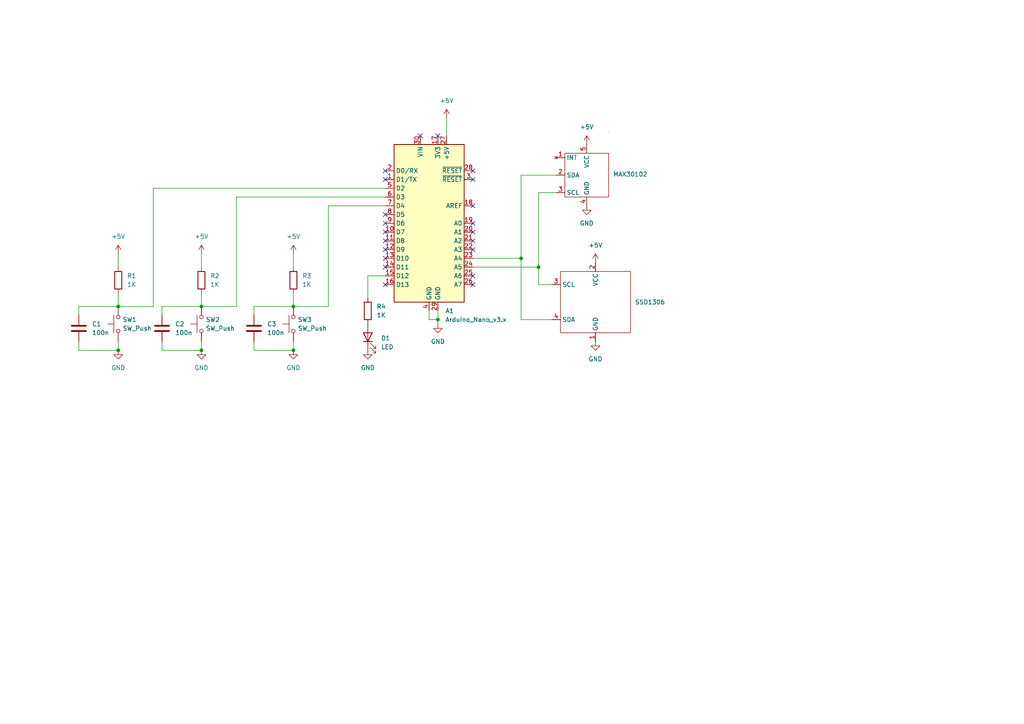
<source format=kicad_sch>
(kicad_sch (version 20250114) (generator "eeschema") (generator_version "9.0")
  (paper "A4")
  (lib_symbols
    (symbol "Device:C" (pin_numbers (hide yes)) (pin_names (offset 0.254))
      (property "Reference" "C" (at 0.635 2.54 0))
      (property "Value" "C" (at 0.635 -2.54 0))
      (symbol "C_0_1"
        (polyline (pts (xy -2.032 0.762) (xy 2.032 0.762)) (stroke (width 0.508)))
        (polyline (pts (xy -2.032 -0.762) (xy 2.032 -0.762)) (stroke (width 0.508)))
      )
      (symbol "C_1_1"
        (pin passive line (at 0 3.81 270) (length 2.794) (name "~") (number "1"))
        (pin passive line (at 0 -3.81 90) (length 2.794) (name "~") (number "2"))
      )
    )
    (symbol "Device:LED" (pin_numbers (hide yes)) (pin_names (offset 1.016) (hide yes))
      (property "Reference" "D" (at 0 2.54 0))
      (property "Value" "LED" (at 0 -2.54 0))
      (symbol "LED_0_1"
        (polyline (pts (xy -3.048 -0.762) (xy -4.572 -2.286) (xy -3.81 -2.286) (xy -4.572 -2.286) (xy -4.572 -1.524)))
        (polyline (pts (xy -1.778 -0.762) (xy -3.302 -2.286) (xy -2.54 -2.286) (xy -3.302 -2.286) (xy -3.302 -1.524)))
        (polyline (pts (xy -1.27 0) (xy 1.27 0)))
        (polyline (pts (xy -1.27 -1.27) (xy -1.27 1.27)) (stroke (width 0.254)))
        (polyline (pts (xy 1.27 -1.27) (xy 1.27 1.27) (xy -1.27 0) (xy 1.27 -1.27)) (stroke (width 0.254)))
      )
      (symbol "LED_1_1"
        (pin passive line (at -3.81 0 0) (length 2.54) (name "K") (number "1"))
        (pin passive line (at 3.81 0 180) (length 2.54) (name "A") (number "2"))
      )
    )
    (symbol "Device:R" (pin_numbers (hide yes)) (pin_names (offset 0))
      (property "Reference" "R" (at 2.032 0 90))
      (property "Value" "R" (at 0 0 90))
      (symbol "R_0_1"
        (rectangle (start -1.016 -2.54) (end 1.016 2.54) (stroke (width 0.254)))
      )
      (symbol "R_1_1"
        (pin passive line (at 0 3.81 270) (length 1.27) (name "~") (number "1"))
        (pin passive line (at 0 -3.81 90) (length 1.27) (name "~") (number "2"))
      )
    )
    (symbol "MCU_Module:Arduino_Nano_v3.x"
      (property "Reference" "A" (at -10.16 23.495 0))
      (property "Value" "Arduino_Nano_v3.x" (at 5.08 -24.13 0))
      (symbol "Arduino_Nano_v3.x_0_1"
        (rectangle (start -10.16 22.86) (end 10.16 -22.86) (stroke (width 0.254)) (fill (type background)))
      )
      (symbol "Arduino_Nano_v3.x_1_1"
        (pin bidirectional line (at -12.7 15.24 0) (length 2.54) (name "D0/RX") (number "2"))
        (pin bidirectional line (at -12.7 12.7 0) (length 2.54) (name "D1/TX") (number "1"))
        (pin bidirectional line (at -12.7 10.16 0) (length 2.54) (name "D2") (number "5"))
        (pin bidirectional line (at -12.7 7.62 0) (length 2.54) (name "D3") (number "6"))
        (pin bidirectional line (at -12.7 5.08 0) (length 2.54) (name "D4") (number "7"))
        (pin bidirectional line (at -12.7 2.54 0) (length 2.54) (name "D5") (number "8"))
        (pin bidirectional line (at -12.7 0 0) (length 2.54) (name "D6") (number "9"))
        (pin bidirectional line (at -12.7 -2.54 0) (length 2.54) (name "D7") (number "10"))
        (pin bidirectional line (at -12.7 -5.08 0) (length 2.54) (name "D8") (number "11"))
        (pin bidirectional line (at -12.7 -7.62 0) (length 2.54) (name "D9") (number "12"))
        (pin bidirectional line (at -12.7 -10.16 0) (length 2.54) (name "D10") (number "13"))
        (pin bidirectional line (at -12.7 -12.7 0) (length 2.54) (name "D11") (number "14"))
        (pin bidirectional line (at -12.7 -15.24 0) (length 2.54) (name "D12") (number "15"))
        (pin bidirectional line (at -12.7 -17.78 0) (length 2.54) (name "D13") (number "16"))
        (pin power_in line (at -2.54 25.4 270) (length 2.54) (name "VIN") (number "30"))
        (pin power_in line (at 0 -25.4 90) (length 2.54) (name "GND") (number "4"))
        (pin power_out line (at 2.54 25.4 270) (length 2.54) (name "3V3") (number "17"))
        (pin power_in line (at 2.54 -25.4 90) (length 2.54) (name "GND") (number "29"))
        (pin power_out line (at 5.08 25.4 270) (length 2.54) (name "+5V") (number "27"))
        (pin input line (at 12.7 15.24 180) (length 2.54) (name "~{RESET}") (number "28"))
        (pin input line (at 12.7 12.7 180) (length 2.54) (name "~{RESET}") (number "3"))
        (pin input line (at 12.7 5.08 180) (length 2.54) (name "AREF") (number "18"))
        (pin bidirectional line (at 12.7 0 180) (length 2.54) (name "A0") (number "19"))
        (pin bidirectional line (at 12.7 -2.54 180) (length 2.54) (name "A1") (number "20"))
        (pin bidirectional line (at 12.7 -5.08 180) (length 2.54) (name "A2") (number "21"))
        (pin bidirectional line (at 12.7 -7.62 180) (length 2.54) (name "A3") (number "22"))
        (pin bidirectional line (at 12.7 -10.16 180) (length 2.54) (name "A4") (number "23"))
        (pin bidirectional line (at 12.7 -12.7 180) (length 2.54) (name "A5") (number "24"))
        (pin bidirectional line (at 12.7 -15.24 180) (length 2.54) (name "A6") (number "25"))
        (pin bidirectional line (at 12.7 -17.78 180) (length 2.54) (name "A7") (number "26"))
      )
    )
    (symbol "SpO2_compts:MAX30102_module"
      (property "Value" "MAX30102" (at 12.192 0 0))
      (symbol "MAX30102_module_1_1"
        (rectangle (start -6.35 6.35) (end 6.35 -6.35))
        (rectangle (start 6.35 12.7) (end 6.35 12.7))
        (pin no_connect line (at -8.89 5.08 0) (length 2.54) (name "INT") (number "1"))
        (pin bidirectional line (at -8.89 0 0) (length 2.54) (name "SDA") (number "2"))
        (pin input line (at -8.89 -5.08 0) (length 2.54) (name "SCL") (number "3"))
        (pin power_in line (at 0 8.89 270) (length 2.54) (name "VCC") (number "5"))
        (pin power_in line (at 0 -8.89 90) (length 2.54) (name "GND") (number "4"))
      )
    )
    (symbol "SpO2_compts:SSD1306"
      (property "Value" "SSD1306" (at 0 0 0))
      (symbol "SSD1306_0_1"
        (rectangle (start -10.16 8.89) (end 10.16 -8.89))
      )
      (symbol "SSD1306_1_1"
        (pin input line (at -12.7 5.08 0) (length 2.54) (name "SCL") (number "3"))
        (pin bidirectional line (at -12.7 -5.08 0) (length 2.54) (name "SDA") (number "4"))
        (pin power_in line (at 0 11.43 270) (length 2.54) (name "VCC") (number "2"))
        (pin power_in line (at 0 -11.43 90) (length 2.54) (name "GND") (number "1"))
      )
    )
    (symbol "Switch:SW_Push" (pin_numbers (hide yes)) (pin_names (offset 1.016) (hide yes))
      (property "Reference" "SW" (at 1.27 2.54 0))
      (property "Value" "SW_Push" (at 0 -1.524 0))
      (symbol "SW_Push_0_1"
        (circle (center -2.032 0) (radius 0.508))
        (polyline (pts (xy 0 1.27) (xy 0 3.048)))
        (circle (center 2.032 0) (radius 0.508))
        (polyline (pts (xy 2.54 1.27) (xy -2.54 1.27)))
        (pin passive line (at -5.08 0 0) (length 2.54) (name "1") (number "1"))
        (pin passive line (at 5.08 0 180) (length 2.54) (name "2") (number "2"))
      )
    )
    (symbol "power:+5V" (power) (pin_numbers (hide yes)) (pin_names (offset 0) (hide yes))
      (property "Value" "+5V" (at 0 3.556 0))
      (symbol "+5V_0_1"
        (polyline (pts (xy -0.762 1.27) (xy 0 2.54)))
        (polyline (pts (xy 0 2.54) (xy 0.762 1.27)))
        (polyline (pts (xy 0 0) (xy 0 2.54)))
      )
      (symbol "+5V_1_1"
        (pin power_in line (at 0 0 90) (length 0) (name "~") (number "1"))
      )
    )
    (symbol "power:GND" (power) (pin_numbers (hide yes)) (pin_names (offset 0) (hide yes))
      (property "Value" "GND" (at 0 -3.81 0))
      (symbol "GND_0_1"
        (polyline (pts (xy 0 0) (xy 0 -1.27) (xy 1.27 -1.27) (xy 0 -2.54) (xy -1.27 -1.27) (xy 0 -1.27)))
      )
      (symbol "GND_1_1"
        (pin power_in line (at 0 0 270) (length 0) (name "~") (number "1"))
      )
    )
  )
  (junction (at 85.09 101.6))
  (junction (at 127 92.71))
  (junction (at 34.29 88.9))
  (junction (at 156.21 77.47))
  (junction (at 58.42 88.9))
  (junction (at 58.42 101.6))
  (junction (at 34.29 101.6))
  (junction (at 85.09 88.9))
  (junction (at 151.13 74.93))
  (no_connect (at 137.16 67.31))
  (no_connect (at 111.76 64.77))
  (no_connect (at 121.92 39.37))
  (no_connect (at 137.16 64.77))
  (no_connect (at 137.16 49.53))
  (no_connect (at 111.76 49.53))
  (no_connect (at 111.76 67.31))
  (no_connect (at 127 39.37))
  (no_connect (at 137.16 80.01))
  (no_connect (at 137.16 52.07))
  (no_connect (at 111.76 77.47))
  (no_connect (at 111.76 62.23))
  (no_connect (at 111.76 69.85))
  (no_connect (at 111.76 72.39))
  (no_connect (at 111.76 74.93))
  (no_connect (at 111.76 52.07))
  (no_connect (at 137.16 59.69))
  (no_connect (at 111.76 82.55))
  (no_connect (at 137.16 82.55))
  (no_connect (at 137.16 69.85))
  (no_connect (at 137.16 72.39))
  (wire (pts (xy 124.46 90.17) (xy 124.46 92.71)))
  (wire (pts (xy 129.54 34.29) (xy 129.54 39.37)))
  (wire (pts (xy 34.29 73.66) (xy 34.29 77.47)))
  (wire (pts (xy 156.21 77.47) (xy 156.21 82.55)))
  (wire (pts (xy 22.86 99.06) (xy 22.86 101.6)))
  (wire (pts (xy 73.66 91.44) (xy 73.66 88.9)))
  (wire (pts (xy 151.13 74.93) (xy 151.13 50.8)))
  (wire (pts (xy 137.16 77.47) (xy 156.21 77.47)))
  (wire (pts (xy 58.42 101.6) (xy 58.42 99.06)))
  (wire (pts (xy 73.66 101.6) (xy 85.09 101.6)))
  (wire (pts (xy 58.42 85.09) (xy 58.42 88.9)))
  (wire (pts (xy 127 90.17) (xy 127 92.71)))
  (wire (pts (xy 151.13 50.8) (xy 161.29 50.8)))
  (wire (pts (xy 151.13 92.71) (xy 160.02 92.71)))
  (wire (pts (xy 68.58 57.15) (xy 111.76 57.15)))
  (wire (pts (xy 151.13 74.93) (xy 151.13 92.71)))
  (wire (pts (xy 22.86 88.9) (xy 34.29 88.9)))
  (wire (pts (xy 85.09 73.66) (xy 85.09 77.47)))
  (wire (pts (xy 44.45 88.9) (xy 44.45 54.61)))
  (wire (pts (xy 106.68 80.01) (xy 111.76 80.01)))
  (wire (pts (xy 34.29 101.6) (xy 34.29 99.06)))
  (wire (pts (xy 156.21 55.88) (xy 161.29 55.88)))
  (wire (pts (xy 85.09 101.6) (xy 85.09 99.06)))
  (wire (pts (xy 73.66 88.9) (xy 85.09 88.9)))
  (wire (pts (xy 46.99 99.06) (xy 46.99 101.6)))
  (wire (pts (xy 34.29 88.9) (xy 44.45 88.9)))
  (wire (pts (xy 85.09 85.09) (xy 85.09 88.9)))
  (wire (pts (xy 127 92.71) (xy 127 93.98)))
  (wire (pts (xy 137.16 74.93) (xy 151.13 74.93)))
  (wire (pts (xy 44.45 54.61) (xy 111.76 54.61)))
  (wire (pts (xy 22.86 91.44) (xy 22.86 88.9)))
  (wire (pts (xy 58.42 88.9) (xy 68.58 88.9)))
  (wire (pts (xy 95.25 88.9) (xy 95.25 59.69)))
  (wire (pts (xy 124.46 92.71) (xy 127 92.71)))
  (wire (pts (xy 106.68 80.01) (xy 106.68 86.36)))
  (wire (pts (xy 85.09 88.9) (xy 95.25 88.9)))
  (wire (pts (xy 156.21 82.55) (xy 160.02 82.55)))
  (wire (pts (xy 22.86 101.6) (xy 34.29 101.6)))
  (wire (pts (xy 58.42 73.66) (xy 58.42 77.47)))
  (wire (pts (xy 34.29 85.09) (xy 34.29 88.9)))
  (wire (pts (xy 68.58 88.9) (xy 68.58 57.15)))
  (wire (pts (xy 46.99 101.6) (xy 58.42 101.6)))
  (wire (pts (xy 156.21 77.47) (xy 156.21 55.88)))
  (wire (pts (xy 46.99 91.44) (xy 46.99 88.9)))
  (wire (pts (xy 95.25 59.69) (xy 111.76 59.69)))
  (wire (pts (xy 46.99 88.9) (xy 58.42 88.9)))
  (wire (pts (xy 73.66 99.06) (xy 73.66 101.6)))
  (symbol (lib_id "Device:C") (at 73.66 95.25 0) (unit 1)
    (property "Reference" "C3" (at 77.47 93.9799 0) (effects (justify left)))
    (property "Value" "100n" (at 77.47 96.5199 0) (effects (justify left)))
    (property "Footprint" "Capacitor_THT:C_Disc_D4.7mm_W2.5mm_P5.00mm" (effects (hide yes)))
    (property "Description" "Unpolarized capacitor" (effects (hide yes)))
  )
  (symbol (lib_id "Device:R") (at 34.29 81.28 0) (unit 1)
    (property "Reference" "R1" (at 36.83 80.0099 0) (effects (justify left)))
    (property "Value" "1K" (at 36.83 82.5499 0) (effects (justify left)))
    (property "Footprint" "Resistor_THT:R_Axial_DIN0207_L6.3mm_D2.5mm_P7.62mm_Horizontal" (effects (hide yes)))
    (property "Description" "Resistor" (effects (hide yes)))
  )
  (symbol (lib_id "power:GND") (at 106.68 101.6 0) (unit 1)
    (property "Reference" "#PWR09" (effects (hide yes)))
    (property "Value" "GND" (at 106.68 106.68 0))
    (property "Description" "Power symbol creates a global label with name \"GND\" , ground" (effects (hide yes)))
  )
  (symbol (lib_id "Device:C") (at 46.99 95.25 0) (unit 1)
    (property "Reference" "C2" (at 50.8 93.9799 0) (effects (justify left)))
    (property "Value" "100n" (at 50.8 96.5199 0) (effects (justify left)))
    (property "Footprint" "Capacitor_THT:C_Disc_D4.7mm_W2.5mm_P5.00mm" (effects (hide yes)))
    (property "Description" "Unpolarized capacitor" (effects (hide yes)))
  )
  (symbol (lib_id "power:GND") (at 85.09 101.6 0) (unit 1)
    (property "Reference" "#PWR08" (effects (hide yes)))
    (property "Value" "GND" (at 85.09 106.68 0))
    (property "Description" "Power symbol creates a global label with name \"GND\" , ground" (effects (hide yes)))
  )
  (symbol (lib_id "Device:R") (at 58.42 81.28 0) (unit 1)
    (property "Reference" "R2" (at 60.96 80.0099 0) (effects (justify left)))
    (property "Value" "1K" (at 60.96 82.5499 0) (effects (justify left)))
    (property "Footprint" "Resistor_THT:R_Axial_DIN0207_L6.3mm_D2.5mm_P7.62mm_Horizontal" (effects (hide yes)))
    (property "Description" "Resistor" (effects (hide yes)))
  )
  (symbol (lib_id "Device:R") (at 85.09 81.28 0) (unit 1)
    (property "Reference" "R3" (at 87.63 80.0099 0) (effects (justify left)))
    (property "Value" "1K" (at 87.63 82.5499 0) (effects (justify left)))
    (property "Footprint" "Resistor_THT:R_Axial_DIN0207_L6.3mm_D2.5mm_P7.62mm_Horizontal" (effects (hide yes)))
    (property "Description" "Resistor" (effects (hide yes)))
  )
  (symbol (lib_id "power:GND") (at 127 93.98 0) (unit 1)
    (property "Reference" "#PWR02" (effects (hide yes)))
    (property "Value" "GND" (at 127 99.06 0))
    (property "Description" "Power symbol creates a global label with name \"GND\" , ground" (effects (hide yes)))
  )
  (symbol (lib_id "power:+5V") (at 85.09 73.66 0) (unit 1)
    (property "Reference" "#PWR07" (effects (hide yes)))
    (property "Value" "+5V" (at 85.09 68.58 0))
    (property "Description" "Power symbol creates a global label with name \"+5V\"" (effects (hide yes)))
  )
  (symbol (lib_id "power:+5V") (at 34.29 73.66 0) (unit 1)
    (property "Reference" "#PWR03" (effects (hide yes)))
    (property "Value" "+5V" (at 34.29 68.58 0))
    (property "Description" "Power symbol creates a global label with name \"+5V\"" (effects (hide yes)))
  )
  (symbol (lib_id "power:GND") (at 170.18 59.69 0) (unit 1)
    (property "Reference" "#PWR011" (effects (hide yes)))
    (property "Value" "GND" (at 170.18 64.77 0))
    (property "Description" "Power symbol creates a global label with name \"GND\" , ground" (effects (hide yes)))
  )
  (symbol (lib_id "Device:R") (at 106.68 90.17 0) (unit 1)
    (property "Reference" "R4" (at 109.22 88.8999 0) (effects (justify left)))
    (property "Value" "1K" (at 109.22 91.4399 0) (effects (justify left)))
    (property "Footprint" "Resistor_THT:R_Axial_DIN0207_L6.3mm_D2.5mm_P7.62mm_Horizontal" (effects (hide yes)))
    (property "Description" "Resistor" (effects (hide yes)))
  )
  (symbol (lib_id "power:+5V") (at 58.42 73.66 0) (unit 1)
    (property "Reference" "#PWR05" (effects (hide yes)))
    (property "Value" "+5V" (at 58.42 68.58 0))
    (property "Description" "Power symbol creates a global label with name \"+5V\"" (effects (hide yes)))
  )
  (symbol (lib_id "power:+5V") (at 172.72 76.2 0) (unit 1)
    (property "Reference" "#PWR012" (effects (hide yes)))
    (property "Value" "+5V" (at 172.72 71.12 0))
    (property "Description" "Power symbol creates a global label with name \"+5V\"" (effects (hide yes)))
  )
  (symbol (lib_id "power:GND") (at 58.42 101.6 0) (unit 1)
    (property "Reference" "#PWR06" (effects (hide yes)))
    (property "Value" "GND" (at 58.42 106.68 0))
    (property "Description" "Power symbol creates a global label with name \"GND\" , ground" (effects (hide yes)))
  )
  (symbol (lib_id "power:GND") (at 34.29 101.6 0) (unit 1)
    (property "Reference" "#PWR04" (effects (hide yes)))
    (property "Value" "GND" (at 34.29 106.68 0))
    (property "Description" "Power symbol creates a global label with name \"GND\" , ground" (effects (hide yes)))
  )
  (symbol (lib_id "power:+5V") (at 170.18 41.91 0) (unit 1)
    (property "Reference" "#PWR010" (effects (hide yes)))
    (property "Value" "+5V" (at 170.18 36.83 0))
    (property "Description" "Power symbol creates a global label with name \"+5V\"" (effects (hide yes)))
  )
  (symbol (lib_id "SpO2_compts:MAX30102_module") (at 170.18 50.8 0) (unit 1)
    (property "Reference" "U1" (effects (hide yes)))
    (property "Value" "MAX30102" (at 177.8 50.546 0) (effects (justify left)))
    (property "Footprint" "SpO2_stuff:MAX30102_MODULE" (effects (hide yes)))
  )
  (symbol (lib_id "Device:LED") (at 106.68 97.79 90) (unit 1)
    (property "Reference" "D1" (at 110.49 98.1074 90) (effects (justify right)))
    (property "Value" "LED" (at 110.49 100.6474 90) (effects (justify right)))
    (property "Footprint" "LED_THT:LED_D5.0mm" (effects (hide yes)))
    (property "Description" "Light emitting diode" (effects (hide yes)))
    (property "Sim.Pins" "1=K 2=A" (effects (hide yes)))
  )
  (symbol (lib_id "power:+5V") (at 129.54 34.29 0) (unit 1)
    (property "Reference" "#PWR01" (effects (hide yes)))
    (property "Value" "+5V" (at 129.54 29.21 0))
    (property "Description" "Power symbol creates a global label with name \"+5V\"" (effects (hide yes)))
  )
  (symbol (lib_id "Switch:SW_Push") (at 34.29 93.98 90) (unit 1)
    (property "Reference" "SW1" (at 35.56 92.7099 90) (effects (justify right)))
    (property "Value" "SW_Push" (at 35.56 95.2499 90) (effects (justify right)))
    (property "Footprint" "Button_Switch_THT:SW_PUSH_6mm" (effects (hide yes)))
    (property "Description" "Push button switch, generic, two pins" (effects (hide yes)))
  )
  (symbol (lib_id "MCU_Module:Arduino_Nano_v3.x") (at 124.46 64.77 0) (unit 1)
    (property "Reference" "A1" (at 129.1433 90.17 0) (effects (justify left)))
    (property "Value" "Arduino_Nano_v3.x" (at 129.1433 92.71 0) (effects (justify left)))
    (property "Footprint" "Module:Arduino_Nano" (effects (hide yes)))
    (property "Datasheet" "http://www.mouser.com/pdfdocs/Gravitech_Arduino_Nano3_0.pdf" (effects (hide yes)))
    (property "Description" "Arduino Nano v3.x" (effects (hide yes)))
  )
  (symbol (lib_id "power:GND") (at 172.72 99.06 0) (unit 1)
    (property "Reference" "#PWR013" (effects (hide yes)))
    (property "Value" "GND" (at 172.72 104.14 0))
    (property "Description" "Power symbol creates a global label with name \"GND\" , ground" (effects (hide yes)))
  )
  (symbol (lib_id "Switch:SW_Push") (at 58.42 93.98 90) (unit 1)
    (property "Reference" "SW2" (at 59.69 92.7099 90) (effects (justify right)))
    (property "Value" "SW_Push" (at 59.69 95.2499 90) (effects (justify right)))
    (property "Footprint" "Button_Switch_THT:SW_PUSH_6mm" (effects (hide yes)))
    (property "Description" "Push button switch, generic, two pins" (effects (hide yes)))
  )
  (symbol (lib_id "Device:C") (at 22.86 95.25 0) (unit 1)
    (property "Reference" "C1" (at 26.67 93.9799 0) (effects (justify left)))
    (property "Value" "100n" (at 26.67 96.5199 0) (effects (justify left)))
    (property "Footprint" "Capacitor_THT:C_Disc_D4.7mm_W2.5mm_P5.00mm" (effects (hide yes)))
    (property "Description" "Unpolarized capacitor" (effects (hide yes)))
  )
  (symbol (lib_id "SpO2_compts:SSD1306") (at 172.72 87.63 0) (unit 1)
    (property "Reference" "U2" (effects (hide yes)))
    (property "Value" "SSD1306" (at 184.15 87.6299 0) (effects (justify left)))
    (property "Footprint" "SpO2_stuff:SSD1306_MODULE" (effects (hide yes)))
  )
  (symbol (lib_id "Switch:SW_Push") (at 85.09 93.98 90) (unit 1)
    (property "Reference" "SW3" (at 86.36 92.7099 90) (effects (justify right)))
    (property "Value" "SW_Push" (at 86.36 95.2499 90) (effects (justify right)))
    (property "Footprint" "Button_Switch_THT:SW_PUSH_6mm" (effects (hide yes)))
    (property "Description" "Push button switch, generic, two pins" (effects (hide yes)))
  )
)
</source>
